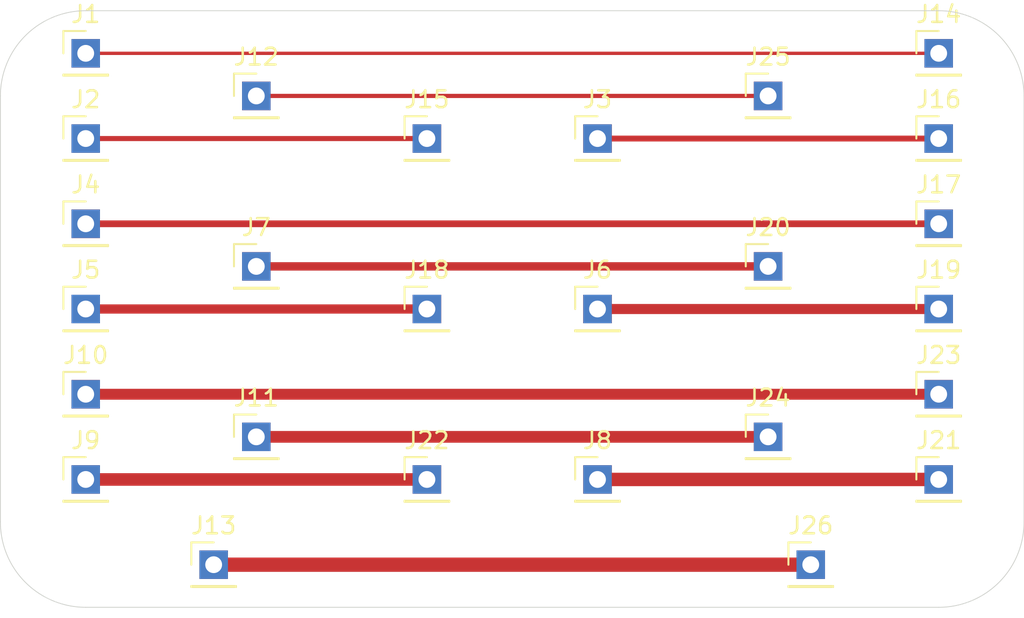
<source format=kicad_pcb>
(kicad_pcb (version 20171130) (host pcbnew "(5.1.10)-1")

  (general
    (thickness 1.6)
    (drawings 8)
    (tracks 13)
    (zones 0)
    (modules 26)
    (nets 14)
  )

  (page A4)
  (layers
    (0 F.Cu signal)
    (31 B.Cu signal)
    (32 B.Adhes user)
    (33 F.Adhes user)
    (34 B.Paste user)
    (35 F.Paste user)
    (36 B.SilkS user)
    (37 F.SilkS user)
    (38 B.Mask user)
    (39 F.Mask user)
    (40 Dwgs.User user)
    (41 Cmts.User user)
    (42 Eco1.User user)
    (43 Eco2.User user)
    (44 Edge.Cuts user)
    (45 Margin user)
    (46 B.CrtYd user)
    (47 F.CrtYd user)
    (48 B.Fab user)
    (49 F.Fab user)
  )

  (setup
    (last_trace_width 0.85)
    (user_trace_width 0.2)
    (user_trace_width 0.3)
    (user_trace_width 0.35)
    (user_trace_width 0.4)
    (user_trace_width 0.5)
    (user_trace_width 0.55)
    (user_trace_width 0.6)
    (user_trace_width 0.65)
    (user_trace_width 0.7)
    (user_trace_width 0.75)
    (user_trace_width 0.8)
    (user_trace_width 0.85)
    (user_trace_width 0.9)
    (user_trace_width 0.95)
    (user_trace_width 1)
    (trace_clearance 0.2)
    (zone_clearance 0.508)
    (zone_45_only no)
    (trace_min 0.2)
    (via_size 0.8)
    (via_drill 0.4)
    (via_min_size 0.4)
    (via_min_drill 0.3)
    (uvia_size 0.3)
    (uvia_drill 0.1)
    (uvias_allowed no)
    (uvia_min_size 0.2)
    (uvia_min_drill 0.1)
    (edge_width 0.05)
    (segment_width 0.2)
    (pcb_text_width 0.3)
    (pcb_text_size 1.5 1.5)
    (mod_edge_width 0.12)
    (mod_text_size 1 1)
    (mod_text_width 0.15)
    (pad_size 1.524 1.524)
    (pad_drill 0.762)
    (pad_to_mask_clearance 0)
    (aux_axis_origin 0 0)
    (visible_elements FFFFFF7F)
    (pcbplotparams
      (layerselection 0x010fc_ffffffff)
      (usegerberextensions false)
      (usegerberattributes true)
      (usegerberadvancedattributes true)
      (creategerberjobfile true)
      (excludeedgelayer true)
      (linewidth 0.100000)
      (plotframeref false)
      (viasonmask false)
      (mode 1)
      (useauxorigin false)
      (hpglpennumber 1)
      (hpglpenspeed 20)
      (hpglpendiameter 15.000000)
      (psnegative false)
      (psa4output false)
      (plotreference true)
      (plotvalue true)
      (plotinvisibletext false)
      (padsonsilk false)
      (subtractmaskfromsilk false)
      (outputformat 1)
      (mirror false)
      (drillshape 1)
      (scaleselection 1)
      (outputdirectory ""))
  )

  (net 0 "")
  (net 1 "Net-(J1-Pad1)")
  (net 2 "Net-(J15-Pad1)")
  (net 3 "Net-(J16-Pad1)")
  (net 4 "Net-(J17-Pad1)")
  (net 5 "Net-(J18-Pad1)")
  (net 6 "Net-(J19-Pad1)")
  (net 7 "Net-(J20-Pad1)")
  (net 8 "Net-(J21-Pad1)")
  (net 9 "Net-(J22-Pad1)")
  (net 10 "Net-(J10-Pad1)")
  (net 11 "Net-(J11-Pad1)")
  (net 12 "Net-(J12-Pad1)")
  (net 13 "Net-(J13-Pad1)")

  (net_class Default "This is the default net class."
    (clearance 0.2)
    (trace_width 0.25)
    (via_dia 0.8)
    (via_drill 0.4)
    (uvia_dia 0.3)
    (uvia_drill 0.1)
    (add_net "Net-(J1-Pad1)")
    (add_net "Net-(J10-Pad1)")
    (add_net "Net-(J11-Pad1)")
    (add_net "Net-(J12-Pad1)")
    (add_net "Net-(J13-Pad1)")
    (add_net "Net-(J15-Pad1)")
    (add_net "Net-(J16-Pad1)")
    (add_net "Net-(J17-Pad1)")
    (add_net "Net-(J18-Pad1)")
    (add_net "Net-(J19-Pad1)")
    (add_net "Net-(J20-Pad1)")
    (add_net "Net-(J21-Pad1)")
    (add_net "Net-(J22-Pad1)")
  )

  (module Connector_PinHeader_2.54mm:PinHeader_1x01_P2.54mm_Vertical (layer F.Cu) (tedit 59FED5CC) (tstamp 628DCF18)
    (at 93.98 104.14)
    (descr "Through hole straight pin header, 1x01, 2.54mm pitch, single row")
    (tags "Through hole pin header THT 1x01 2.54mm single row")
    (path /62D18F34)
    (fp_text reference J26 (at 0 -2.33) (layer F.SilkS)
      (effects (font (size 1 1) (thickness 0.15)))
    )
    (fp_text value Conn_01x01 (at 0 2.33) (layer F.Fab)
      (effects (font (size 1 1) (thickness 0.15)))
    )
    (fp_text user %R (at 0 0 90) (layer F.Fab)
      (effects (font (size 1 1) (thickness 0.15)))
    )
    (fp_line (start -0.635 -1.27) (end 1.27 -1.27) (layer F.Fab) (width 0.1))
    (fp_line (start 1.27 -1.27) (end 1.27 1.27) (layer F.Fab) (width 0.1))
    (fp_line (start 1.27 1.27) (end -1.27 1.27) (layer F.Fab) (width 0.1))
    (fp_line (start -1.27 1.27) (end -1.27 -0.635) (layer F.Fab) (width 0.1))
    (fp_line (start -1.27 -0.635) (end -0.635 -1.27) (layer F.Fab) (width 0.1))
    (fp_line (start -1.33 1.33) (end 1.33 1.33) (layer F.SilkS) (width 0.12))
    (fp_line (start -1.33 1.27) (end -1.33 1.33) (layer F.SilkS) (width 0.12))
    (fp_line (start 1.33 1.27) (end 1.33 1.33) (layer F.SilkS) (width 0.12))
    (fp_line (start -1.33 1.27) (end 1.33 1.27) (layer F.SilkS) (width 0.12))
    (fp_line (start -1.33 0) (end -1.33 -1.33) (layer F.SilkS) (width 0.12))
    (fp_line (start -1.33 -1.33) (end 0 -1.33) (layer F.SilkS) (width 0.12))
    (fp_line (start -1.8 -1.8) (end -1.8 1.8) (layer F.CrtYd) (width 0.05))
    (fp_line (start -1.8 1.8) (end 1.8 1.8) (layer F.CrtYd) (width 0.05))
    (fp_line (start 1.8 1.8) (end 1.8 -1.8) (layer F.CrtYd) (width 0.05))
    (fp_line (start 1.8 -1.8) (end -1.8 -1.8) (layer F.CrtYd) (width 0.05))
    (pad 1 thru_hole rect (at 0 0) (size 1.7 1.7) (drill 1) (layers *.Cu *.Mask)
      (net 13 "Net-(J13-Pad1)"))
    (model ${KISYS3DMOD}/Connector_PinHeader_2.54mm.3dshapes/PinHeader_1x01_P2.54mm_Vertical.wrl
      (at (xyz 0 0 0))
      (scale (xyz 1 1 1))
      (rotate (xyz 0 0 0))
    )
  )

  (module Connector_PinHeader_2.54mm:PinHeader_1x01_P2.54mm_Vertical (layer F.Cu) (tedit 59FED5CC) (tstamp 628DCF03)
    (at 91.44 76.2)
    (descr "Through hole straight pin header, 1x01, 2.54mm pitch, single row")
    (tags "Through hole pin header THT 1x01 2.54mm single row")
    (path /62D18DE4)
    (fp_text reference J25 (at 0 -2.33) (layer F.SilkS)
      (effects (font (size 1 1) (thickness 0.15)))
    )
    (fp_text value Conn_01x01 (at 0 2.33) (layer F.Fab)
      (effects (font (size 1 1) (thickness 0.15)))
    )
    (fp_text user %R (at 0 0 90) (layer F.Fab)
      (effects (font (size 1 1) (thickness 0.15)))
    )
    (fp_line (start -0.635 -1.27) (end 1.27 -1.27) (layer F.Fab) (width 0.1))
    (fp_line (start 1.27 -1.27) (end 1.27 1.27) (layer F.Fab) (width 0.1))
    (fp_line (start 1.27 1.27) (end -1.27 1.27) (layer F.Fab) (width 0.1))
    (fp_line (start -1.27 1.27) (end -1.27 -0.635) (layer F.Fab) (width 0.1))
    (fp_line (start -1.27 -0.635) (end -0.635 -1.27) (layer F.Fab) (width 0.1))
    (fp_line (start -1.33 1.33) (end 1.33 1.33) (layer F.SilkS) (width 0.12))
    (fp_line (start -1.33 1.27) (end -1.33 1.33) (layer F.SilkS) (width 0.12))
    (fp_line (start 1.33 1.27) (end 1.33 1.33) (layer F.SilkS) (width 0.12))
    (fp_line (start -1.33 1.27) (end 1.33 1.27) (layer F.SilkS) (width 0.12))
    (fp_line (start -1.33 0) (end -1.33 -1.33) (layer F.SilkS) (width 0.12))
    (fp_line (start -1.33 -1.33) (end 0 -1.33) (layer F.SilkS) (width 0.12))
    (fp_line (start -1.8 -1.8) (end -1.8 1.8) (layer F.CrtYd) (width 0.05))
    (fp_line (start -1.8 1.8) (end 1.8 1.8) (layer F.CrtYd) (width 0.05))
    (fp_line (start 1.8 1.8) (end 1.8 -1.8) (layer F.CrtYd) (width 0.05))
    (fp_line (start 1.8 -1.8) (end -1.8 -1.8) (layer F.CrtYd) (width 0.05))
    (pad 1 thru_hole rect (at 0 0) (size 1.7 1.7) (drill 1) (layers *.Cu *.Mask)
      (net 12 "Net-(J12-Pad1)"))
    (model ${KISYS3DMOD}/Connector_PinHeader_2.54mm.3dshapes/PinHeader_1x01_P2.54mm_Vertical.wrl
      (at (xyz 0 0 0))
      (scale (xyz 1 1 1))
      (rotate (xyz 0 0 0))
    )
  )

  (module Connector_PinHeader_2.54mm:PinHeader_1x01_P2.54mm_Vertical (layer F.Cu) (tedit 59FED5CC) (tstamp 628DCEEE)
    (at 91.44 96.52)
    (descr "Through hole straight pin header, 1x01, 2.54mm pitch, single row")
    (tags "Through hole pin header THT 1x01 2.54mm single row")
    (path /62D188B6)
    (fp_text reference J24 (at 0 -2.33) (layer F.SilkS)
      (effects (font (size 1 1) (thickness 0.15)))
    )
    (fp_text value Conn_01x01 (at 0 2.33) (layer F.Fab)
      (effects (font (size 1 1) (thickness 0.15)))
    )
    (fp_text user %R (at 0 0 90) (layer F.Fab)
      (effects (font (size 1 1) (thickness 0.15)))
    )
    (fp_line (start -0.635 -1.27) (end 1.27 -1.27) (layer F.Fab) (width 0.1))
    (fp_line (start 1.27 -1.27) (end 1.27 1.27) (layer F.Fab) (width 0.1))
    (fp_line (start 1.27 1.27) (end -1.27 1.27) (layer F.Fab) (width 0.1))
    (fp_line (start -1.27 1.27) (end -1.27 -0.635) (layer F.Fab) (width 0.1))
    (fp_line (start -1.27 -0.635) (end -0.635 -1.27) (layer F.Fab) (width 0.1))
    (fp_line (start -1.33 1.33) (end 1.33 1.33) (layer F.SilkS) (width 0.12))
    (fp_line (start -1.33 1.27) (end -1.33 1.33) (layer F.SilkS) (width 0.12))
    (fp_line (start 1.33 1.27) (end 1.33 1.33) (layer F.SilkS) (width 0.12))
    (fp_line (start -1.33 1.27) (end 1.33 1.27) (layer F.SilkS) (width 0.12))
    (fp_line (start -1.33 0) (end -1.33 -1.33) (layer F.SilkS) (width 0.12))
    (fp_line (start -1.33 -1.33) (end 0 -1.33) (layer F.SilkS) (width 0.12))
    (fp_line (start -1.8 -1.8) (end -1.8 1.8) (layer F.CrtYd) (width 0.05))
    (fp_line (start -1.8 1.8) (end 1.8 1.8) (layer F.CrtYd) (width 0.05))
    (fp_line (start 1.8 1.8) (end 1.8 -1.8) (layer F.CrtYd) (width 0.05))
    (fp_line (start 1.8 -1.8) (end -1.8 -1.8) (layer F.CrtYd) (width 0.05))
    (pad 1 thru_hole rect (at 0 0) (size 1.7 1.7) (drill 1) (layers *.Cu *.Mask)
      (net 11 "Net-(J11-Pad1)"))
    (model ${KISYS3DMOD}/Connector_PinHeader_2.54mm.3dshapes/PinHeader_1x01_P2.54mm_Vertical.wrl
      (at (xyz 0 0 0))
      (scale (xyz 1 1 1))
      (rotate (xyz 0 0 0))
    )
  )

  (module Connector_PinHeader_2.54mm:PinHeader_1x01_P2.54mm_Vertical (layer F.Cu) (tedit 59FED5CC) (tstamp 628DCED9)
    (at 101.6 93.98)
    (descr "Through hole straight pin header, 1x01, 2.54mm pitch, single row")
    (tags "Through hole pin header THT 1x01 2.54mm single row")
    (path /62D186AB)
    (fp_text reference J23 (at 0 -2.33) (layer F.SilkS)
      (effects (font (size 1 1) (thickness 0.15)))
    )
    (fp_text value Conn_01x01 (at 0 2.33) (layer F.Fab)
      (effects (font (size 1 1) (thickness 0.15)))
    )
    (fp_text user %R (at 0 0.734999 90) (layer F.Fab)
      (effects (font (size 1 1) (thickness 0.15)))
    )
    (fp_line (start -0.635 -1.27) (end 1.27 -1.27) (layer F.Fab) (width 0.1))
    (fp_line (start 1.27 -1.27) (end 1.27 1.27) (layer F.Fab) (width 0.1))
    (fp_line (start 1.27 1.27) (end -1.27 1.27) (layer F.Fab) (width 0.1))
    (fp_line (start -1.27 1.27) (end -1.27 -0.635) (layer F.Fab) (width 0.1))
    (fp_line (start -1.27 -0.635) (end -0.635 -1.27) (layer F.Fab) (width 0.1))
    (fp_line (start -1.33 1.33) (end 1.33 1.33) (layer F.SilkS) (width 0.12))
    (fp_line (start -1.33 1.27) (end -1.33 1.33) (layer F.SilkS) (width 0.12))
    (fp_line (start 1.33 1.27) (end 1.33 1.33) (layer F.SilkS) (width 0.12))
    (fp_line (start -1.33 1.27) (end 1.33 1.27) (layer F.SilkS) (width 0.12))
    (fp_line (start -1.33 0) (end -1.33 -1.33) (layer F.SilkS) (width 0.12))
    (fp_line (start -1.33 -1.33) (end 0 -1.33) (layer F.SilkS) (width 0.12))
    (fp_line (start -1.8 -1.8) (end -1.8 1.8) (layer F.CrtYd) (width 0.05))
    (fp_line (start -1.8 1.8) (end 1.8 1.8) (layer F.CrtYd) (width 0.05))
    (fp_line (start 1.8 1.8) (end 1.8 -1.8) (layer F.CrtYd) (width 0.05))
    (fp_line (start 1.8 -1.8) (end -1.8 -1.8) (layer F.CrtYd) (width 0.05))
    (pad 1 thru_hole rect (at 0 0) (size 1.7 1.7) (drill 1) (layers *.Cu *.Mask)
      (net 10 "Net-(J10-Pad1)"))
    (model ${KISYS3DMOD}/Connector_PinHeader_2.54mm.3dshapes/PinHeader_1x01_P2.54mm_Vertical.wrl
      (at (xyz 0 0 0))
      (scale (xyz 1 1 1))
      (rotate (xyz 0 0 0))
    )
  )

  (module Connector_PinHeader_2.54mm:PinHeader_1x01_P2.54mm_Vertical (layer F.Cu) (tedit 59FED5CC) (tstamp 628DCEC4)
    (at 71.12 99.06)
    (descr "Through hole straight pin header, 1x01, 2.54mm pitch, single row")
    (tags "Through hole pin header THT 1x01 2.54mm single row")
    (path /62D18596)
    (fp_text reference J22 (at 0 -2.33) (layer F.SilkS)
      (effects (font (size 1 1) (thickness 0.15)))
    )
    (fp_text value Conn_01x01 (at 0 2.33) (layer F.Fab)
      (effects (font (size 1 1) (thickness 0.15)))
    )
    (fp_text user %R (at 0 0 90) (layer F.Fab)
      (effects (font (size 1 1) (thickness 0.15)))
    )
    (fp_line (start -0.635 -1.27) (end 1.27 -1.27) (layer F.Fab) (width 0.1))
    (fp_line (start 1.27 -1.27) (end 1.27 1.27) (layer F.Fab) (width 0.1))
    (fp_line (start 1.27 1.27) (end -1.27 1.27) (layer F.Fab) (width 0.1))
    (fp_line (start -1.27 1.27) (end -1.27 -0.635) (layer F.Fab) (width 0.1))
    (fp_line (start -1.27 -0.635) (end -0.635 -1.27) (layer F.Fab) (width 0.1))
    (fp_line (start -1.33 1.33) (end 1.33 1.33) (layer F.SilkS) (width 0.12))
    (fp_line (start -1.33 1.27) (end -1.33 1.33) (layer F.SilkS) (width 0.12))
    (fp_line (start 1.33 1.27) (end 1.33 1.33) (layer F.SilkS) (width 0.12))
    (fp_line (start -1.33 1.27) (end 1.33 1.27) (layer F.SilkS) (width 0.12))
    (fp_line (start -1.33 0) (end -1.33 -1.33) (layer F.SilkS) (width 0.12))
    (fp_line (start -1.33 -1.33) (end 0 -1.33) (layer F.SilkS) (width 0.12))
    (fp_line (start -1.8 -1.8) (end -1.8 1.8) (layer F.CrtYd) (width 0.05))
    (fp_line (start -1.8 1.8) (end 1.8 1.8) (layer F.CrtYd) (width 0.05))
    (fp_line (start 1.8 1.8) (end 1.8 -1.8) (layer F.CrtYd) (width 0.05))
    (fp_line (start 1.8 -1.8) (end -1.8 -1.8) (layer F.CrtYd) (width 0.05))
    (pad 1 thru_hole rect (at 0 0) (size 1.7 1.7) (drill 1) (layers *.Cu *.Mask)
      (net 9 "Net-(J22-Pad1)"))
    (model ${KISYS3DMOD}/Connector_PinHeader_2.54mm.3dshapes/PinHeader_1x01_P2.54mm_Vertical.wrl
      (at (xyz 0 0 0))
      (scale (xyz 1 1 1))
      (rotate (xyz 0 0 0))
    )
  )

  (module Connector_PinHeader_2.54mm:PinHeader_1x01_P2.54mm_Vertical (layer F.Cu) (tedit 59FED5CC) (tstamp 628DCEAF)
    (at 101.6 99.06)
    (descr "Through hole straight pin header, 1x01, 2.54mm pitch, single row")
    (tags "Through hole pin header THT 1x01 2.54mm single row")
    (path /62D183D3)
    (fp_text reference J21 (at 0 -2.33) (layer F.SilkS)
      (effects (font (size 1 1) (thickness 0.15)))
    )
    (fp_text value Conn_01x01 (at 0 2.33) (layer F.Fab)
      (effects (font (size 1 1) (thickness 0.15)))
    )
    (fp_text user %R (at 0 0 90) (layer F.Fab)
      (effects (font (size 1 1) (thickness 0.15)))
    )
    (fp_line (start -0.635 -1.27) (end 1.27 -1.27) (layer F.Fab) (width 0.1))
    (fp_line (start 1.27 -1.27) (end 1.27 1.27) (layer F.Fab) (width 0.1))
    (fp_line (start 1.27 1.27) (end -1.27 1.27) (layer F.Fab) (width 0.1))
    (fp_line (start -1.27 1.27) (end -1.27 -0.635) (layer F.Fab) (width 0.1))
    (fp_line (start -1.27 -0.635) (end -0.635 -1.27) (layer F.Fab) (width 0.1))
    (fp_line (start -1.33 1.33) (end 1.33 1.33) (layer F.SilkS) (width 0.12))
    (fp_line (start -1.33 1.27) (end -1.33 1.33) (layer F.SilkS) (width 0.12))
    (fp_line (start 1.33 1.27) (end 1.33 1.33) (layer F.SilkS) (width 0.12))
    (fp_line (start -1.33 1.27) (end 1.33 1.27) (layer F.SilkS) (width 0.12))
    (fp_line (start -1.33 0) (end -1.33 -1.33) (layer F.SilkS) (width 0.12))
    (fp_line (start -1.33 -1.33) (end 0 -1.33) (layer F.SilkS) (width 0.12))
    (fp_line (start -1.8 -1.8) (end -1.8 1.8) (layer F.CrtYd) (width 0.05))
    (fp_line (start -1.8 1.8) (end 1.8 1.8) (layer F.CrtYd) (width 0.05))
    (fp_line (start 1.8 1.8) (end 1.8 -1.8) (layer F.CrtYd) (width 0.05))
    (fp_line (start 1.8 -1.8) (end -1.8 -1.8) (layer F.CrtYd) (width 0.05))
    (pad 1 thru_hole rect (at 0 0) (size 1.7 1.7) (drill 1) (layers *.Cu *.Mask)
      (net 8 "Net-(J21-Pad1)"))
    (model ${KISYS3DMOD}/Connector_PinHeader_2.54mm.3dshapes/PinHeader_1x01_P2.54mm_Vertical.wrl
      (at (xyz 0 0 0))
      (scale (xyz 1 1 1))
      (rotate (xyz 0 0 0))
    )
  )

  (module Connector_PinHeader_2.54mm:PinHeader_1x01_P2.54mm_Vertical (layer F.Cu) (tedit 59FED5CC) (tstamp 628DCE9A)
    (at 91.44 86.36)
    (descr "Through hole straight pin header, 1x01, 2.54mm pitch, single row")
    (tags "Through hole pin header THT 1x01 2.54mm single row")
    (path /62D181D8)
    (fp_text reference J20 (at 0 -2.33) (layer F.SilkS)
      (effects (font (size 1 1) (thickness 0.15)))
    )
    (fp_text value Conn_01x01 (at 0 2.33) (layer F.Fab)
      (effects (font (size 1 1) (thickness 0.15)))
    )
    (fp_text user %R (at 0 0 90) (layer F.Fab)
      (effects (font (size 1 1) (thickness 0.15)))
    )
    (fp_line (start -0.635 -1.27) (end 1.27 -1.27) (layer F.Fab) (width 0.1))
    (fp_line (start 1.27 -1.27) (end 1.27 1.27) (layer F.Fab) (width 0.1))
    (fp_line (start 1.27 1.27) (end -1.27 1.27) (layer F.Fab) (width 0.1))
    (fp_line (start -1.27 1.27) (end -1.27 -0.635) (layer F.Fab) (width 0.1))
    (fp_line (start -1.27 -0.635) (end -0.635 -1.27) (layer F.Fab) (width 0.1))
    (fp_line (start -1.33 1.33) (end 1.33 1.33) (layer F.SilkS) (width 0.12))
    (fp_line (start -1.33 1.27) (end -1.33 1.33) (layer F.SilkS) (width 0.12))
    (fp_line (start 1.33 1.27) (end 1.33 1.33) (layer F.SilkS) (width 0.12))
    (fp_line (start -1.33 1.27) (end 1.33 1.27) (layer F.SilkS) (width 0.12))
    (fp_line (start -1.33 0) (end -1.33 -1.33) (layer F.SilkS) (width 0.12))
    (fp_line (start -1.33 -1.33) (end 0 -1.33) (layer F.SilkS) (width 0.12))
    (fp_line (start -1.8 -1.8) (end -1.8 1.8) (layer F.CrtYd) (width 0.05))
    (fp_line (start -1.8 1.8) (end 1.8 1.8) (layer F.CrtYd) (width 0.05))
    (fp_line (start 1.8 1.8) (end 1.8 -1.8) (layer F.CrtYd) (width 0.05))
    (fp_line (start 1.8 -1.8) (end -1.8 -1.8) (layer F.CrtYd) (width 0.05))
    (pad 1 thru_hole rect (at 0 0) (size 1.7 1.7) (drill 1) (layers *.Cu *.Mask)
      (net 7 "Net-(J20-Pad1)"))
    (model ${KISYS3DMOD}/Connector_PinHeader_2.54mm.3dshapes/PinHeader_1x01_P2.54mm_Vertical.wrl
      (at (xyz 0 0 0))
      (scale (xyz 1 1 1))
      (rotate (xyz 0 0 0))
    )
  )

  (module Connector_PinHeader_2.54mm:PinHeader_1x01_P2.54mm_Vertical (layer F.Cu) (tedit 59FED5CC) (tstamp 628DCE85)
    (at 101.6 88.9)
    (descr "Through hole straight pin header, 1x01, 2.54mm pitch, single row")
    (tags "Through hole pin header THT 1x01 2.54mm single row")
    (path /62D18100)
    (fp_text reference J19 (at 0 -2.33) (layer F.SilkS)
      (effects (font (size 1 1) (thickness 0.15)))
    )
    (fp_text value Conn_01x01 (at 0 2.33) (layer F.Fab)
      (effects (font (size 1 1) (thickness 0.15)))
    )
    (fp_text user %R (at 0 0 90) (layer F.Fab)
      (effects (font (size 1 1) (thickness 0.15)))
    )
    (fp_line (start -0.635 -1.27) (end 1.27 -1.27) (layer F.Fab) (width 0.1))
    (fp_line (start 1.27 -1.27) (end 1.27 1.27) (layer F.Fab) (width 0.1))
    (fp_line (start 1.27 1.27) (end -1.27 1.27) (layer F.Fab) (width 0.1))
    (fp_line (start -1.27 1.27) (end -1.27 -0.635) (layer F.Fab) (width 0.1))
    (fp_line (start -1.27 -0.635) (end -0.635 -1.27) (layer F.Fab) (width 0.1))
    (fp_line (start -1.33 1.33) (end 1.33 1.33) (layer F.SilkS) (width 0.12))
    (fp_line (start -1.33 1.27) (end -1.33 1.33) (layer F.SilkS) (width 0.12))
    (fp_line (start 1.33 1.27) (end 1.33 1.33) (layer F.SilkS) (width 0.12))
    (fp_line (start -1.33 1.27) (end 1.33 1.27) (layer F.SilkS) (width 0.12))
    (fp_line (start -1.33 0) (end -1.33 -1.33) (layer F.SilkS) (width 0.12))
    (fp_line (start -1.33 -1.33) (end 0 -1.33) (layer F.SilkS) (width 0.12))
    (fp_line (start -1.8 -1.8) (end -1.8 1.8) (layer F.CrtYd) (width 0.05))
    (fp_line (start -1.8 1.8) (end 1.8 1.8) (layer F.CrtYd) (width 0.05))
    (fp_line (start 1.8 1.8) (end 1.8 -1.8) (layer F.CrtYd) (width 0.05))
    (fp_line (start 1.8 -1.8) (end -1.8 -1.8) (layer F.CrtYd) (width 0.05))
    (pad 1 thru_hole rect (at 0 0) (size 1.7 1.7) (drill 1) (layers *.Cu *.Mask)
      (net 6 "Net-(J19-Pad1)"))
    (model ${KISYS3DMOD}/Connector_PinHeader_2.54mm.3dshapes/PinHeader_1x01_P2.54mm_Vertical.wrl
      (at (xyz 0 0 0))
      (scale (xyz 1 1 1))
      (rotate (xyz 0 0 0))
    )
  )

  (module Connector_PinHeader_2.54mm:PinHeader_1x01_P2.54mm_Vertical (layer F.Cu) (tedit 59FED5CC) (tstamp 628DCE70)
    (at 71.12 88.9)
    (descr "Through hole straight pin header, 1x01, 2.54mm pitch, single row")
    (tags "Through hole pin header THT 1x01 2.54mm single row")
    (path /62D17FBF)
    (fp_text reference J18 (at 0 -2.33) (layer F.SilkS)
      (effects (font (size 1 1) (thickness 0.15)))
    )
    (fp_text value Conn_01x01 (at 0 2.33) (layer F.Fab)
      (effects (font (size 1 1) (thickness 0.15)))
    )
    (fp_text user %R (at 0 0 90) (layer F.Fab)
      (effects (font (size 1 1) (thickness 0.15)))
    )
    (fp_line (start -0.635 -1.27) (end 1.27 -1.27) (layer F.Fab) (width 0.1))
    (fp_line (start 1.27 -1.27) (end 1.27 1.27) (layer F.Fab) (width 0.1))
    (fp_line (start 1.27 1.27) (end -1.27 1.27) (layer F.Fab) (width 0.1))
    (fp_line (start -1.27 1.27) (end -1.27 -0.635) (layer F.Fab) (width 0.1))
    (fp_line (start -1.27 -0.635) (end -0.635 -1.27) (layer F.Fab) (width 0.1))
    (fp_line (start -1.33 1.33) (end 1.33 1.33) (layer F.SilkS) (width 0.12))
    (fp_line (start -1.33 1.27) (end -1.33 1.33) (layer F.SilkS) (width 0.12))
    (fp_line (start 1.33 1.27) (end 1.33 1.33) (layer F.SilkS) (width 0.12))
    (fp_line (start -1.33 1.27) (end 1.33 1.27) (layer F.SilkS) (width 0.12))
    (fp_line (start -1.33 0) (end -1.33 -1.33) (layer F.SilkS) (width 0.12))
    (fp_line (start -1.33 -1.33) (end 0 -1.33) (layer F.SilkS) (width 0.12))
    (fp_line (start -1.8 -1.8) (end -1.8 1.8) (layer F.CrtYd) (width 0.05))
    (fp_line (start -1.8 1.8) (end 1.8 1.8) (layer F.CrtYd) (width 0.05))
    (fp_line (start 1.8 1.8) (end 1.8 -1.8) (layer F.CrtYd) (width 0.05))
    (fp_line (start 1.8 -1.8) (end -1.8 -1.8) (layer F.CrtYd) (width 0.05))
    (pad 1 thru_hole rect (at 0 0) (size 1.7 1.7) (drill 1) (layers *.Cu *.Mask)
      (net 5 "Net-(J18-Pad1)"))
    (model ${KISYS3DMOD}/Connector_PinHeader_2.54mm.3dshapes/PinHeader_1x01_P2.54mm_Vertical.wrl
      (at (xyz 0 0 0))
      (scale (xyz 1 1 1))
      (rotate (xyz 0 0 0))
    )
  )

  (module Connector_PinHeader_2.54mm:PinHeader_1x01_P2.54mm_Vertical (layer F.Cu) (tedit 59FED5CC) (tstamp 628DCE5B)
    (at 101.6 83.82)
    (descr "Through hole straight pin header, 1x01, 2.54mm pitch, single row")
    (tags "Through hole pin header THT 1x01 2.54mm single row")
    (path /62D17EED)
    (fp_text reference J17 (at 0 -2.33) (layer F.SilkS)
      (effects (font (size 1 1) (thickness 0.15)))
    )
    (fp_text value Conn_01x01 (at 0 2.33) (layer F.Fab)
      (effects (font (size 1 1) (thickness 0.15)))
    )
    (fp_text user %R (at 0 0 90) (layer F.Fab)
      (effects (font (size 1 1) (thickness 0.15)))
    )
    (fp_line (start -0.635 -1.27) (end 1.27 -1.27) (layer F.Fab) (width 0.1))
    (fp_line (start 1.27 -1.27) (end 1.27 1.27) (layer F.Fab) (width 0.1))
    (fp_line (start 1.27 1.27) (end -1.27 1.27) (layer F.Fab) (width 0.1))
    (fp_line (start -1.27 1.27) (end -1.27 -0.635) (layer F.Fab) (width 0.1))
    (fp_line (start -1.27 -0.635) (end -0.635 -1.27) (layer F.Fab) (width 0.1))
    (fp_line (start -1.33 1.33) (end 1.33 1.33) (layer F.SilkS) (width 0.12))
    (fp_line (start -1.33 1.27) (end -1.33 1.33) (layer F.SilkS) (width 0.12))
    (fp_line (start 1.33 1.27) (end 1.33 1.33) (layer F.SilkS) (width 0.12))
    (fp_line (start -1.33 1.27) (end 1.33 1.27) (layer F.SilkS) (width 0.12))
    (fp_line (start -1.33 0) (end -1.33 -1.33) (layer F.SilkS) (width 0.12))
    (fp_line (start -1.33 -1.33) (end 0 -1.33) (layer F.SilkS) (width 0.12))
    (fp_line (start -1.8 -1.8) (end -1.8 1.8) (layer F.CrtYd) (width 0.05))
    (fp_line (start -1.8 1.8) (end 1.8 1.8) (layer F.CrtYd) (width 0.05))
    (fp_line (start 1.8 1.8) (end 1.8 -1.8) (layer F.CrtYd) (width 0.05))
    (fp_line (start 1.8 -1.8) (end -1.8 -1.8) (layer F.CrtYd) (width 0.05))
    (pad 1 thru_hole rect (at 0 0) (size 1.7 1.7) (drill 1) (layers *.Cu *.Mask)
      (net 4 "Net-(J17-Pad1)"))
    (model ${KISYS3DMOD}/Connector_PinHeader_2.54mm.3dshapes/PinHeader_1x01_P2.54mm_Vertical.wrl
      (at (xyz 0 0 0))
      (scale (xyz 1 1 1))
      (rotate (xyz 0 0 0))
    )
  )

  (module Connector_PinHeader_2.54mm:PinHeader_1x01_P2.54mm_Vertical (layer F.Cu) (tedit 59FED5CC) (tstamp 628DCE46)
    (at 101.6 78.74)
    (descr "Through hole straight pin header, 1x01, 2.54mm pitch, single row")
    (tags "Through hole pin header THT 1x01 2.54mm single row")
    (path /62D17E07)
    (fp_text reference J16 (at 0 -2.33) (layer F.SilkS)
      (effects (font (size 1 1) (thickness 0.15)))
    )
    (fp_text value Conn_01x01 (at 0 2.33) (layer F.Fab)
      (effects (font (size 1 1) (thickness 0.15)))
    )
    (fp_text user %R (at 0 0 90) (layer F.Fab)
      (effects (font (size 1 1) (thickness 0.15)))
    )
    (fp_line (start -0.635 -1.27) (end 1.27 -1.27) (layer F.Fab) (width 0.1))
    (fp_line (start 1.27 -1.27) (end 1.27 1.27) (layer F.Fab) (width 0.1))
    (fp_line (start 1.27 1.27) (end -1.27 1.27) (layer F.Fab) (width 0.1))
    (fp_line (start -1.27 1.27) (end -1.27 -0.635) (layer F.Fab) (width 0.1))
    (fp_line (start -1.27 -0.635) (end -0.635 -1.27) (layer F.Fab) (width 0.1))
    (fp_line (start -1.33 1.33) (end 1.33 1.33) (layer F.SilkS) (width 0.12))
    (fp_line (start -1.33 1.27) (end -1.33 1.33) (layer F.SilkS) (width 0.12))
    (fp_line (start 1.33 1.27) (end 1.33 1.33) (layer F.SilkS) (width 0.12))
    (fp_line (start -1.33 1.27) (end 1.33 1.27) (layer F.SilkS) (width 0.12))
    (fp_line (start -1.33 0) (end -1.33 -1.33) (layer F.SilkS) (width 0.12))
    (fp_line (start -1.33 -1.33) (end 0 -1.33) (layer F.SilkS) (width 0.12))
    (fp_line (start -1.8 -1.8) (end -1.8 1.8) (layer F.CrtYd) (width 0.05))
    (fp_line (start -1.8 1.8) (end 1.8 1.8) (layer F.CrtYd) (width 0.05))
    (fp_line (start 1.8 1.8) (end 1.8 -1.8) (layer F.CrtYd) (width 0.05))
    (fp_line (start 1.8 -1.8) (end -1.8 -1.8) (layer F.CrtYd) (width 0.05))
    (pad 1 thru_hole rect (at 0 0) (size 1.7 1.7) (drill 1) (layers *.Cu *.Mask)
      (net 3 "Net-(J16-Pad1)"))
    (model ${KISYS3DMOD}/Connector_PinHeader_2.54mm.3dshapes/PinHeader_1x01_P2.54mm_Vertical.wrl
      (at (xyz 0 0 0))
      (scale (xyz 1 1 1))
      (rotate (xyz 0 0 0))
    )
  )

  (module Connector_PinHeader_2.54mm:PinHeader_1x01_P2.54mm_Vertical (layer F.Cu) (tedit 59FED5CC) (tstamp 628DCE31)
    (at 71.12 78.74)
    (descr "Through hole straight pin header, 1x01, 2.54mm pitch, single row")
    (tags "Through hole pin header THT 1x01 2.54mm single row")
    (path /62D17CB8)
    (fp_text reference J15 (at 0 -2.33) (layer F.SilkS)
      (effects (font (size 1 1) (thickness 0.15)))
    )
    (fp_text value Conn_01x01 (at 0 2.33) (layer F.Fab)
      (effects (font (size 1 1) (thickness 0.15)))
    )
    (fp_text user %R (at 0 0 90) (layer F.Fab)
      (effects (font (size 1 1) (thickness 0.15)))
    )
    (fp_line (start -0.635 -1.27) (end 1.27 -1.27) (layer F.Fab) (width 0.1))
    (fp_line (start 1.27 -1.27) (end 1.27 1.27) (layer F.Fab) (width 0.1))
    (fp_line (start 1.27 1.27) (end -1.27 1.27) (layer F.Fab) (width 0.1))
    (fp_line (start -1.27 1.27) (end -1.27 -0.635) (layer F.Fab) (width 0.1))
    (fp_line (start -1.27 -0.635) (end -0.635 -1.27) (layer F.Fab) (width 0.1))
    (fp_line (start -1.33 1.33) (end 1.33 1.33) (layer F.SilkS) (width 0.12))
    (fp_line (start -1.33 1.27) (end -1.33 1.33) (layer F.SilkS) (width 0.12))
    (fp_line (start 1.33 1.27) (end 1.33 1.33) (layer F.SilkS) (width 0.12))
    (fp_line (start -1.33 1.27) (end 1.33 1.27) (layer F.SilkS) (width 0.12))
    (fp_line (start -1.33 0) (end -1.33 -1.33) (layer F.SilkS) (width 0.12))
    (fp_line (start -1.33 -1.33) (end 0 -1.33) (layer F.SilkS) (width 0.12))
    (fp_line (start -1.8 -1.8) (end -1.8 1.8) (layer F.CrtYd) (width 0.05))
    (fp_line (start -1.8 1.8) (end 1.8 1.8) (layer F.CrtYd) (width 0.05))
    (fp_line (start 1.8 1.8) (end 1.8 -1.8) (layer F.CrtYd) (width 0.05))
    (fp_line (start 1.8 -1.8) (end -1.8 -1.8) (layer F.CrtYd) (width 0.05))
    (pad 1 thru_hole rect (at 0 0) (size 1.7 1.7) (drill 1) (layers *.Cu *.Mask)
      (net 2 "Net-(J15-Pad1)"))
    (model ${KISYS3DMOD}/Connector_PinHeader_2.54mm.3dshapes/PinHeader_1x01_P2.54mm_Vertical.wrl
      (at (xyz 0 0 0))
      (scale (xyz 1 1 1))
      (rotate (xyz 0 0 0))
    )
  )

  (module Connector_PinHeader_2.54mm:PinHeader_1x01_P2.54mm_Vertical (layer F.Cu) (tedit 59FED5CC) (tstamp 628DCE1C)
    (at 101.6 73.66)
    (descr "Through hole straight pin header, 1x01, 2.54mm pitch, single row")
    (tags "Through hole pin header THT 1x01 2.54mm single row")
    (path /62D1749B)
    (fp_text reference J14 (at 0 -2.33) (layer F.SilkS)
      (effects (font (size 1 1) (thickness 0.15)))
    )
    (fp_text value Conn_01x01 (at 0 2.33) (layer F.Fab)
      (effects (font (size 1 1) (thickness 0.15)))
    )
    (fp_text user %R (at 0 0 90) (layer F.Fab)
      (effects (font (size 1 1) (thickness 0.15)))
    )
    (fp_line (start -0.635 -1.27) (end 1.27 -1.27) (layer F.Fab) (width 0.1))
    (fp_line (start 1.27 -1.27) (end 1.27 1.27) (layer F.Fab) (width 0.1))
    (fp_line (start 1.27 1.27) (end -1.27 1.27) (layer F.Fab) (width 0.1))
    (fp_line (start -1.27 1.27) (end -1.27 -0.635) (layer F.Fab) (width 0.1))
    (fp_line (start -1.27 -0.635) (end -0.635 -1.27) (layer F.Fab) (width 0.1))
    (fp_line (start -1.33 1.33) (end 1.33 1.33) (layer F.SilkS) (width 0.12))
    (fp_line (start -1.33 1.27) (end -1.33 1.33) (layer F.SilkS) (width 0.12))
    (fp_line (start 1.33 1.27) (end 1.33 1.33) (layer F.SilkS) (width 0.12))
    (fp_line (start -1.33 1.27) (end 1.33 1.27) (layer F.SilkS) (width 0.12))
    (fp_line (start -1.33 0) (end -1.33 -1.33) (layer F.SilkS) (width 0.12))
    (fp_line (start -1.33 -1.33) (end 0 -1.33) (layer F.SilkS) (width 0.12))
    (fp_line (start -1.8 -1.8) (end -1.8 1.8) (layer F.CrtYd) (width 0.05))
    (fp_line (start -1.8 1.8) (end 1.8 1.8) (layer F.CrtYd) (width 0.05))
    (fp_line (start 1.8 1.8) (end 1.8 -1.8) (layer F.CrtYd) (width 0.05))
    (fp_line (start 1.8 -1.8) (end -1.8 -1.8) (layer F.CrtYd) (width 0.05))
    (pad 1 thru_hole rect (at 0 0) (size 1.7 1.7) (drill 1) (layers *.Cu *.Mask)
      (net 1 "Net-(J1-Pad1)"))
    (model ${KISYS3DMOD}/Connector_PinHeader_2.54mm.3dshapes/PinHeader_1x01_P2.54mm_Vertical.wrl
      (at (xyz 0 0 0))
      (scale (xyz 1 1 1))
      (rotate (xyz 0 0 0))
    )
  )

  (module Connector_PinHeader_2.54mm:PinHeader_1x01_P2.54mm_Vertical (layer F.Cu) (tedit 59FED5CC) (tstamp 628DCE07)
    (at 58.42 104.14)
    (descr "Through hole straight pin header, 1x01, 2.54mm pitch, single row")
    (tags "Through hole pin header THT 1x01 2.54mm single row")
    (path /62D1DC52)
    (fp_text reference J13 (at 0 -2.33) (layer F.SilkS)
      (effects (font (size 1 1) (thickness 0.15)))
    )
    (fp_text value Conn_01x01 (at 0 2.33) (layer F.Fab)
      (effects (font (size 1 1) (thickness 0.15)))
    )
    (fp_text user %R (at 0 0 90) (layer F.Fab)
      (effects (font (size 1 1) (thickness 0.15)))
    )
    (fp_line (start -0.635 -1.27) (end 1.27 -1.27) (layer F.Fab) (width 0.1))
    (fp_line (start 1.27 -1.27) (end 1.27 1.27) (layer F.Fab) (width 0.1))
    (fp_line (start 1.27 1.27) (end -1.27 1.27) (layer F.Fab) (width 0.1))
    (fp_line (start -1.27 1.27) (end -1.27 -0.635) (layer F.Fab) (width 0.1))
    (fp_line (start -1.27 -0.635) (end -0.635 -1.27) (layer F.Fab) (width 0.1))
    (fp_line (start -1.33 1.33) (end 1.33 1.33) (layer F.SilkS) (width 0.12))
    (fp_line (start -1.33 1.27) (end -1.33 1.33) (layer F.SilkS) (width 0.12))
    (fp_line (start 1.33 1.27) (end 1.33 1.33) (layer F.SilkS) (width 0.12))
    (fp_line (start -1.33 1.27) (end 1.33 1.27) (layer F.SilkS) (width 0.12))
    (fp_line (start -1.33 0) (end -1.33 -1.33) (layer F.SilkS) (width 0.12))
    (fp_line (start -1.33 -1.33) (end 0 -1.33) (layer F.SilkS) (width 0.12))
    (fp_line (start -1.8 -1.8) (end -1.8 1.8) (layer F.CrtYd) (width 0.05))
    (fp_line (start -1.8 1.8) (end 1.8 1.8) (layer F.CrtYd) (width 0.05))
    (fp_line (start 1.8 1.8) (end 1.8 -1.8) (layer F.CrtYd) (width 0.05))
    (fp_line (start 1.8 -1.8) (end -1.8 -1.8) (layer F.CrtYd) (width 0.05))
    (pad 1 thru_hole rect (at 0 0) (size 1.7 1.7) (drill 1) (layers *.Cu *.Mask)
      (net 13 "Net-(J13-Pad1)"))
    (model ${KISYS3DMOD}/Connector_PinHeader_2.54mm.3dshapes/PinHeader_1x01_P2.54mm_Vertical.wrl
      (at (xyz 0 0 0))
      (scale (xyz 1 1 1))
      (rotate (xyz 0 0 0))
    )
  )

  (module Connector_PinHeader_2.54mm:PinHeader_1x01_P2.54mm_Vertical (layer F.Cu) (tedit 59FED5CC) (tstamp 628DCDF2)
    (at 60.96 76.2)
    (descr "Through hole straight pin header, 1x01, 2.54mm pitch, single row")
    (tags "Through hole pin header THT 1x01 2.54mm single row")
    (path /62D1DC4C)
    (fp_text reference J12 (at 0 -2.33) (layer F.SilkS)
      (effects (font (size 1 1) (thickness 0.15)))
    )
    (fp_text value Conn_01x01 (at 0 2.33) (layer F.Fab)
      (effects (font (size 1 1) (thickness 0.15)))
    )
    (fp_text user %R (at 0 0 90) (layer F.Fab)
      (effects (font (size 1 1) (thickness 0.15)))
    )
    (fp_line (start -0.635 -1.27) (end 1.27 -1.27) (layer F.Fab) (width 0.1))
    (fp_line (start 1.27 -1.27) (end 1.27 1.27) (layer F.Fab) (width 0.1))
    (fp_line (start 1.27 1.27) (end -1.27 1.27) (layer F.Fab) (width 0.1))
    (fp_line (start -1.27 1.27) (end -1.27 -0.635) (layer F.Fab) (width 0.1))
    (fp_line (start -1.27 -0.635) (end -0.635 -1.27) (layer F.Fab) (width 0.1))
    (fp_line (start -1.33 1.33) (end 1.33 1.33) (layer F.SilkS) (width 0.12))
    (fp_line (start -1.33 1.27) (end -1.33 1.33) (layer F.SilkS) (width 0.12))
    (fp_line (start 1.33 1.27) (end 1.33 1.33) (layer F.SilkS) (width 0.12))
    (fp_line (start -1.33 1.27) (end 1.33 1.27) (layer F.SilkS) (width 0.12))
    (fp_line (start -1.33 0) (end -1.33 -1.33) (layer F.SilkS) (width 0.12))
    (fp_line (start -1.33 -1.33) (end 0 -1.33) (layer F.SilkS) (width 0.12))
    (fp_line (start -1.8 -1.8) (end -1.8 1.8) (layer F.CrtYd) (width 0.05))
    (fp_line (start -1.8 1.8) (end 1.8 1.8) (layer F.CrtYd) (width 0.05))
    (fp_line (start 1.8 1.8) (end 1.8 -1.8) (layer F.CrtYd) (width 0.05))
    (fp_line (start 1.8 -1.8) (end -1.8 -1.8) (layer F.CrtYd) (width 0.05))
    (pad 1 thru_hole rect (at 0 0) (size 1.7 1.7) (drill 1) (layers *.Cu *.Mask)
      (net 12 "Net-(J12-Pad1)"))
    (model ${KISYS3DMOD}/Connector_PinHeader_2.54mm.3dshapes/PinHeader_1x01_P2.54mm_Vertical.wrl
      (at (xyz 0 0 0))
      (scale (xyz 1 1 1))
      (rotate (xyz 0 0 0))
    )
  )

  (module Connector_PinHeader_2.54mm:PinHeader_1x01_P2.54mm_Vertical (layer F.Cu) (tedit 59FED5CC) (tstamp 628DCDDD)
    (at 60.96 96.52)
    (descr "Through hole straight pin header, 1x01, 2.54mm pitch, single row")
    (tags "Through hole pin header THT 1x01 2.54mm single row")
    (path /62D1DC46)
    (fp_text reference J11 (at 0 -2.33) (layer F.SilkS)
      (effects (font (size 1 1) (thickness 0.15)))
    )
    (fp_text value Conn_01x01 (at 0 2.33) (layer F.Fab)
      (effects (font (size 1 1) (thickness 0.15)))
    )
    (fp_text user %R (at 0 0 90) (layer F.Fab)
      (effects (font (size 1 1) (thickness 0.15)))
    )
    (fp_line (start -0.635 -1.27) (end 1.27 -1.27) (layer F.Fab) (width 0.1))
    (fp_line (start 1.27 -1.27) (end 1.27 1.27) (layer F.Fab) (width 0.1))
    (fp_line (start 1.27 1.27) (end -1.27 1.27) (layer F.Fab) (width 0.1))
    (fp_line (start -1.27 1.27) (end -1.27 -0.635) (layer F.Fab) (width 0.1))
    (fp_line (start -1.27 -0.635) (end -0.635 -1.27) (layer F.Fab) (width 0.1))
    (fp_line (start -1.33 1.33) (end 1.33 1.33) (layer F.SilkS) (width 0.12))
    (fp_line (start -1.33 1.27) (end -1.33 1.33) (layer F.SilkS) (width 0.12))
    (fp_line (start 1.33 1.27) (end 1.33 1.33) (layer F.SilkS) (width 0.12))
    (fp_line (start -1.33 1.27) (end 1.33 1.27) (layer F.SilkS) (width 0.12))
    (fp_line (start -1.33 0) (end -1.33 -1.33) (layer F.SilkS) (width 0.12))
    (fp_line (start -1.33 -1.33) (end 0 -1.33) (layer F.SilkS) (width 0.12))
    (fp_line (start -1.8 -1.8) (end -1.8 1.8) (layer F.CrtYd) (width 0.05))
    (fp_line (start -1.8 1.8) (end 1.8 1.8) (layer F.CrtYd) (width 0.05))
    (fp_line (start 1.8 1.8) (end 1.8 -1.8) (layer F.CrtYd) (width 0.05))
    (fp_line (start 1.8 -1.8) (end -1.8 -1.8) (layer F.CrtYd) (width 0.05))
    (pad 1 thru_hole rect (at 0 0) (size 1.7 1.7) (drill 1) (layers *.Cu *.Mask)
      (net 11 "Net-(J11-Pad1)"))
    (model ${KISYS3DMOD}/Connector_PinHeader_2.54mm.3dshapes/PinHeader_1x01_P2.54mm_Vertical.wrl
      (at (xyz 0 0 0))
      (scale (xyz 1 1 1))
      (rotate (xyz 0 0 0))
    )
  )

  (module Connector_PinHeader_2.54mm:PinHeader_1x01_P2.54mm_Vertical (layer F.Cu) (tedit 59FED5CC) (tstamp 628DCDC8)
    (at 50.8 93.98)
    (descr "Through hole straight pin header, 1x01, 2.54mm pitch, single row")
    (tags "Through hole pin header THT 1x01 2.54mm single row")
    (path /62D1DC40)
    (fp_text reference J10 (at 0 -2.33) (layer F.SilkS)
      (effects (font (size 1 1) (thickness 0.15)))
    )
    (fp_text value Conn_01x01 (at 0 2.33) (layer F.Fab)
      (effects (font (size 1 1) (thickness 0.15)))
    )
    (fp_text user %R (at 0 0 90) (layer F.Fab)
      (effects (font (size 1 1) (thickness 0.15)))
    )
    (fp_line (start -0.635 -1.27) (end 1.27 -1.27) (layer F.Fab) (width 0.1))
    (fp_line (start 1.27 -1.27) (end 1.27 1.27) (layer F.Fab) (width 0.1))
    (fp_line (start 1.27 1.27) (end -1.27 1.27) (layer F.Fab) (width 0.1))
    (fp_line (start -1.27 1.27) (end -1.27 -0.635) (layer F.Fab) (width 0.1))
    (fp_line (start -1.27 -0.635) (end -0.635 -1.27) (layer F.Fab) (width 0.1))
    (fp_line (start -1.33 1.33) (end 1.33 1.33) (layer F.SilkS) (width 0.12))
    (fp_line (start -1.33 1.27) (end -1.33 1.33) (layer F.SilkS) (width 0.12))
    (fp_line (start 1.33 1.27) (end 1.33 1.33) (layer F.SilkS) (width 0.12))
    (fp_line (start -1.33 1.27) (end 1.33 1.27) (layer F.SilkS) (width 0.12))
    (fp_line (start -1.33 0) (end -1.33 -1.33) (layer F.SilkS) (width 0.12))
    (fp_line (start -1.33 -1.33) (end 0 -1.33) (layer F.SilkS) (width 0.12))
    (fp_line (start -1.8 -1.8) (end -1.8 1.8) (layer F.CrtYd) (width 0.05))
    (fp_line (start -1.8 1.8) (end 1.8 1.8) (layer F.CrtYd) (width 0.05))
    (fp_line (start 1.8 1.8) (end 1.8 -1.8) (layer F.CrtYd) (width 0.05))
    (fp_line (start 1.8 -1.8) (end -1.8 -1.8) (layer F.CrtYd) (width 0.05))
    (pad 1 thru_hole rect (at 0 0) (size 1.7 1.7) (drill 1) (layers *.Cu *.Mask)
      (net 10 "Net-(J10-Pad1)"))
    (model ${KISYS3DMOD}/Connector_PinHeader_2.54mm.3dshapes/PinHeader_1x01_P2.54mm_Vertical.wrl
      (at (xyz 0 0 0))
      (scale (xyz 1 1 1))
      (rotate (xyz 0 0 0))
    )
  )

  (module Connector_PinHeader_2.54mm:PinHeader_1x01_P2.54mm_Vertical (layer F.Cu) (tedit 59FED5CC) (tstamp 628DCDB3)
    (at 50.8 99.06)
    (descr "Through hole straight pin header, 1x01, 2.54mm pitch, single row")
    (tags "Through hole pin header THT 1x01 2.54mm single row")
    (path /62D1DC3A)
    (fp_text reference J9 (at 0 -2.33) (layer F.SilkS)
      (effects (font (size 1 1) (thickness 0.15)))
    )
    (fp_text value Conn_01x01 (at 0 2.33) (layer F.Fab)
      (effects (font (size 1 1) (thickness 0.15)))
    )
    (fp_text user %R (at 0 0 90) (layer F.Fab)
      (effects (font (size 1 1) (thickness 0.15)))
    )
    (fp_line (start -0.635 -1.27) (end 1.27 -1.27) (layer F.Fab) (width 0.1))
    (fp_line (start 1.27 -1.27) (end 1.27 1.27) (layer F.Fab) (width 0.1))
    (fp_line (start 1.27 1.27) (end -1.27 1.27) (layer F.Fab) (width 0.1))
    (fp_line (start -1.27 1.27) (end -1.27 -0.635) (layer F.Fab) (width 0.1))
    (fp_line (start -1.27 -0.635) (end -0.635 -1.27) (layer F.Fab) (width 0.1))
    (fp_line (start -1.33 1.33) (end 1.33 1.33) (layer F.SilkS) (width 0.12))
    (fp_line (start -1.33 1.27) (end -1.33 1.33) (layer F.SilkS) (width 0.12))
    (fp_line (start 1.33 1.27) (end 1.33 1.33) (layer F.SilkS) (width 0.12))
    (fp_line (start -1.33 1.27) (end 1.33 1.27) (layer F.SilkS) (width 0.12))
    (fp_line (start -1.33 0) (end -1.33 -1.33) (layer F.SilkS) (width 0.12))
    (fp_line (start -1.33 -1.33) (end 0 -1.33) (layer F.SilkS) (width 0.12))
    (fp_line (start -1.8 -1.8) (end -1.8 1.8) (layer F.CrtYd) (width 0.05))
    (fp_line (start -1.8 1.8) (end 1.8 1.8) (layer F.CrtYd) (width 0.05))
    (fp_line (start 1.8 1.8) (end 1.8 -1.8) (layer F.CrtYd) (width 0.05))
    (fp_line (start 1.8 -1.8) (end -1.8 -1.8) (layer F.CrtYd) (width 0.05))
    (pad 1 thru_hole rect (at 0 0) (size 1.7 1.7) (drill 1) (layers *.Cu *.Mask)
      (net 9 "Net-(J22-Pad1)"))
    (model ${KISYS3DMOD}/Connector_PinHeader_2.54mm.3dshapes/PinHeader_1x01_P2.54mm_Vertical.wrl
      (at (xyz 0 0 0))
      (scale (xyz 1 1 1))
      (rotate (xyz 0 0 0))
    )
  )

  (module Connector_PinHeader_2.54mm:PinHeader_1x01_P2.54mm_Vertical (layer F.Cu) (tedit 59FED5CC) (tstamp 628DCD9E)
    (at 81.28 99.06)
    (descr "Through hole straight pin header, 1x01, 2.54mm pitch, single row")
    (tags "Through hole pin header THT 1x01 2.54mm single row")
    (path /62D1DC34)
    (fp_text reference J8 (at 0 -2.33) (layer F.SilkS)
      (effects (font (size 1 1) (thickness 0.15)))
    )
    (fp_text value Conn_01x01 (at 0 2.33) (layer F.Fab)
      (effects (font (size 1 1) (thickness 0.15)))
    )
    (fp_text user %R (at 0 0 90) (layer F.Fab)
      (effects (font (size 1 1) (thickness 0.15)))
    )
    (fp_line (start -0.635 -1.27) (end 1.27 -1.27) (layer F.Fab) (width 0.1))
    (fp_line (start 1.27 -1.27) (end 1.27 1.27) (layer F.Fab) (width 0.1))
    (fp_line (start 1.27 1.27) (end -1.27 1.27) (layer F.Fab) (width 0.1))
    (fp_line (start -1.27 1.27) (end -1.27 -0.635) (layer F.Fab) (width 0.1))
    (fp_line (start -1.27 -0.635) (end -0.635 -1.27) (layer F.Fab) (width 0.1))
    (fp_line (start -1.33 1.33) (end 1.33 1.33) (layer F.SilkS) (width 0.12))
    (fp_line (start -1.33 1.27) (end -1.33 1.33) (layer F.SilkS) (width 0.12))
    (fp_line (start 1.33 1.27) (end 1.33 1.33) (layer F.SilkS) (width 0.12))
    (fp_line (start -1.33 1.27) (end 1.33 1.27) (layer F.SilkS) (width 0.12))
    (fp_line (start -1.33 0) (end -1.33 -1.33) (layer F.SilkS) (width 0.12))
    (fp_line (start -1.33 -1.33) (end 0 -1.33) (layer F.SilkS) (width 0.12))
    (fp_line (start -1.8 -1.8) (end -1.8 1.8) (layer F.CrtYd) (width 0.05))
    (fp_line (start -1.8 1.8) (end 1.8 1.8) (layer F.CrtYd) (width 0.05))
    (fp_line (start 1.8 1.8) (end 1.8 -1.8) (layer F.CrtYd) (width 0.05))
    (fp_line (start 1.8 -1.8) (end -1.8 -1.8) (layer F.CrtYd) (width 0.05))
    (pad 1 thru_hole rect (at 0 0) (size 1.7 1.7) (drill 1) (layers *.Cu *.Mask)
      (net 8 "Net-(J21-Pad1)"))
    (model ${KISYS3DMOD}/Connector_PinHeader_2.54mm.3dshapes/PinHeader_1x01_P2.54mm_Vertical.wrl
      (at (xyz 0 0 0))
      (scale (xyz 1 1 1))
      (rotate (xyz 0 0 0))
    )
  )

  (module Connector_PinHeader_2.54mm:PinHeader_1x01_P2.54mm_Vertical (layer F.Cu) (tedit 59FED5CC) (tstamp 628DCD89)
    (at 60.96 86.36)
    (descr "Through hole straight pin header, 1x01, 2.54mm pitch, single row")
    (tags "Through hole pin header THT 1x01 2.54mm single row")
    (path /62D1DC2E)
    (fp_text reference J7 (at 0 -2.33) (layer F.SilkS)
      (effects (font (size 1 1) (thickness 0.15)))
    )
    (fp_text value Conn_01x01 (at 0 2.33) (layer F.Fab)
      (effects (font (size 1 1) (thickness 0.15)))
    )
    (fp_text user %R (at 0 0 90) (layer F.Fab)
      (effects (font (size 1 1) (thickness 0.15)))
    )
    (fp_line (start -0.635 -1.27) (end 1.27 -1.27) (layer F.Fab) (width 0.1))
    (fp_line (start 1.27 -1.27) (end 1.27 1.27) (layer F.Fab) (width 0.1))
    (fp_line (start 1.27 1.27) (end -1.27 1.27) (layer F.Fab) (width 0.1))
    (fp_line (start -1.27 1.27) (end -1.27 -0.635) (layer F.Fab) (width 0.1))
    (fp_line (start -1.27 -0.635) (end -0.635 -1.27) (layer F.Fab) (width 0.1))
    (fp_line (start -1.33 1.33) (end 1.33 1.33) (layer F.SilkS) (width 0.12))
    (fp_line (start -1.33 1.27) (end -1.33 1.33) (layer F.SilkS) (width 0.12))
    (fp_line (start 1.33 1.27) (end 1.33 1.33) (layer F.SilkS) (width 0.12))
    (fp_line (start -1.33 1.27) (end 1.33 1.27) (layer F.SilkS) (width 0.12))
    (fp_line (start -1.33 0) (end -1.33 -1.33) (layer F.SilkS) (width 0.12))
    (fp_line (start -1.33 -1.33) (end 0 -1.33) (layer F.SilkS) (width 0.12))
    (fp_line (start -1.8 -1.8) (end -1.8 1.8) (layer F.CrtYd) (width 0.05))
    (fp_line (start -1.8 1.8) (end 1.8 1.8) (layer F.CrtYd) (width 0.05))
    (fp_line (start 1.8 1.8) (end 1.8 -1.8) (layer F.CrtYd) (width 0.05))
    (fp_line (start 1.8 -1.8) (end -1.8 -1.8) (layer F.CrtYd) (width 0.05))
    (pad 1 thru_hole rect (at 0 0) (size 1.7 1.7) (drill 1) (layers *.Cu *.Mask)
      (net 7 "Net-(J20-Pad1)"))
    (model ${KISYS3DMOD}/Connector_PinHeader_2.54mm.3dshapes/PinHeader_1x01_P2.54mm_Vertical.wrl
      (at (xyz 0 0 0))
      (scale (xyz 1 1 1))
      (rotate (xyz 0 0 0))
    )
  )

  (module Connector_PinHeader_2.54mm:PinHeader_1x01_P2.54mm_Vertical (layer F.Cu) (tedit 59FED5CC) (tstamp 628DCD74)
    (at 81.28 88.9)
    (descr "Through hole straight pin header, 1x01, 2.54mm pitch, single row")
    (tags "Through hole pin header THT 1x01 2.54mm single row")
    (path /62D1DC28)
    (fp_text reference J6 (at 0 -2.33) (layer F.SilkS)
      (effects (font (size 1 1) (thickness 0.15)))
    )
    (fp_text value Conn_01x01 (at 0 2.33) (layer F.Fab)
      (effects (font (size 1 1) (thickness 0.15)))
    )
    (fp_text user %R (at 0 0 90) (layer F.Fab)
      (effects (font (size 1 1) (thickness 0.15)))
    )
    (fp_line (start -0.635 -1.27) (end 1.27 -1.27) (layer F.Fab) (width 0.1))
    (fp_line (start 1.27 -1.27) (end 1.27 1.27) (layer F.Fab) (width 0.1))
    (fp_line (start 1.27 1.27) (end -1.27 1.27) (layer F.Fab) (width 0.1))
    (fp_line (start -1.27 1.27) (end -1.27 -0.635) (layer F.Fab) (width 0.1))
    (fp_line (start -1.27 -0.635) (end -0.635 -1.27) (layer F.Fab) (width 0.1))
    (fp_line (start -1.33 1.33) (end 1.33 1.33) (layer F.SilkS) (width 0.12))
    (fp_line (start -1.33 1.27) (end -1.33 1.33) (layer F.SilkS) (width 0.12))
    (fp_line (start 1.33 1.27) (end 1.33 1.33) (layer F.SilkS) (width 0.12))
    (fp_line (start -1.33 1.27) (end 1.33 1.27) (layer F.SilkS) (width 0.12))
    (fp_line (start -1.33 0) (end -1.33 -1.33) (layer F.SilkS) (width 0.12))
    (fp_line (start -1.33 -1.33) (end 0 -1.33) (layer F.SilkS) (width 0.12))
    (fp_line (start -1.8 -1.8) (end -1.8 1.8) (layer F.CrtYd) (width 0.05))
    (fp_line (start -1.8 1.8) (end 1.8 1.8) (layer F.CrtYd) (width 0.05))
    (fp_line (start 1.8 1.8) (end 1.8 -1.8) (layer F.CrtYd) (width 0.05))
    (fp_line (start 1.8 -1.8) (end -1.8 -1.8) (layer F.CrtYd) (width 0.05))
    (pad 1 thru_hole rect (at 0 0) (size 1.7 1.7) (drill 1) (layers *.Cu *.Mask)
      (net 6 "Net-(J19-Pad1)"))
    (model ${KISYS3DMOD}/Connector_PinHeader_2.54mm.3dshapes/PinHeader_1x01_P2.54mm_Vertical.wrl
      (at (xyz 0 0 0))
      (scale (xyz 1 1 1))
      (rotate (xyz 0 0 0))
    )
  )

  (module Connector_PinHeader_2.54mm:PinHeader_1x01_P2.54mm_Vertical (layer F.Cu) (tedit 59FED5CC) (tstamp 628DCD5F)
    (at 50.8 88.9)
    (descr "Through hole straight pin header, 1x01, 2.54mm pitch, single row")
    (tags "Through hole pin header THT 1x01 2.54mm single row")
    (path /62D1DC22)
    (fp_text reference J5 (at 0 -2.33) (layer F.SilkS)
      (effects (font (size 1 1) (thickness 0.15)))
    )
    (fp_text value Conn_01x01 (at 0 2.33) (layer F.Fab)
      (effects (font (size 1 1) (thickness 0.15)))
    )
    (fp_text user %R (at 0 0 90) (layer F.Fab)
      (effects (font (size 1 1) (thickness 0.15)))
    )
    (fp_line (start -0.635 -1.27) (end 1.27 -1.27) (layer F.Fab) (width 0.1))
    (fp_line (start 1.27 -1.27) (end 1.27 1.27) (layer F.Fab) (width 0.1))
    (fp_line (start 1.27 1.27) (end -1.27 1.27) (layer F.Fab) (width 0.1))
    (fp_line (start -1.27 1.27) (end -1.27 -0.635) (layer F.Fab) (width 0.1))
    (fp_line (start -1.27 -0.635) (end -0.635 -1.27) (layer F.Fab) (width 0.1))
    (fp_line (start -1.33 1.33) (end 1.33 1.33) (layer F.SilkS) (width 0.12))
    (fp_line (start -1.33 1.27) (end -1.33 1.33) (layer F.SilkS) (width 0.12))
    (fp_line (start 1.33 1.27) (end 1.33 1.33) (layer F.SilkS) (width 0.12))
    (fp_line (start -1.33 1.27) (end 1.33 1.27) (layer F.SilkS) (width 0.12))
    (fp_line (start -1.33 0) (end -1.33 -1.33) (layer F.SilkS) (width 0.12))
    (fp_line (start -1.33 -1.33) (end 0 -1.33) (layer F.SilkS) (width 0.12))
    (fp_line (start -1.8 -1.8) (end -1.8 1.8) (layer F.CrtYd) (width 0.05))
    (fp_line (start -1.8 1.8) (end 1.8 1.8) (layer F.CrtYd) (width 0.05))
    (fp_line (start 1.8 1.8) (end 1.8 -1.8) (layer F.CrtYd) (width 0.05))
    (fp_line (start 1.8 -1.8) (end -1.8 -1.8) (layer F.CrtYd) (width 0.05))
    (pad 1 thru_hole rect (at 0 0) (size 1.7 1.7) (drill 1) (layers *.Cu *.Mask)
      (net 5 "Net-(J18-Pad1)"))
    (model ${KISYS3DMOD}/Connector_PinHeader_2.54mm.3dshapes/PinHeader_1x01_P2.54mm_Vertical.wrl
      (at (xyz 0 0 0))
      (scale (xyz 1 1 1))
      (rotate (xyz 0 0 0))
    )
  )

  (module Connector_PinHeader_2.54mm:PinHeader_1x01_P2.54mm_Vertical (layer F.Cu) (tedit 59FED5CC) (tstamp 628DCD4A)
    (at 50.8 83.82)
    (descr "Through hole straight pin header, 1x01, 2.54mm pitch, single row")
    (tags "Through hole pin header THT 1x01 2.54mm single row")
    (path /62D1DC1C)
    (fp_text reference J4 (at 0 -2.33) (layer F.SilkS)
      (effects (font (size 1 1) (thickness 0.15)))
    )
    (fp_text value Conn_01x01 (at 0 2.33) (layer F.Fab)
      (effects (font (size 1 1) (thickness 0.15)))
    )
    (fp_text user %R (at 0 0 90) (layer F.Fab)
      (effects (font (size 1 1) (thickness 0.15)))
    )
    (fp_line (start -0.635 -1.27) (end 1.27 -1.27) (layer F.Fab) (width 0.1))
    (fp_line (start 1.27 -1.27) (end 1.27 1.27) (layer F.Fab) (width 0.1))
    (fp_line (start 1.27 1.27) (end -1.27 1.27) (layer F.Fab) (width 0.1))
    (fp_line (start -1.27 1.27) (end -1.27 -0.635) (layer F.Fab) (width 0.1))
    (fp_line (start -1.27 -0.635) (end -0.635 -1.27) (layer F.Fab) (width 0.1))
    (fp_line (start -1.33 1.33) (end 1.33 1.33) (layer F.SilkS) (width 0.12))
    (fp_line (start -1.33 1.27) (end -1.33 1.33) (layer F.SilkS) (width 0.12))
    (fp_line (start 1.33 1.27) (end 1.33 1.33) (layer F.SilkS) (width 0.12))
    (fp_line (start -1.33 1.27) (end 1.33 1.27) (layer F.SilkS) (width 0.12))
    (fp_line (start -1.33 0) (end -1.33 -1.33) (layer F.SilkS) (width 0.12))
    (fp_line (start -1.33 -1.33) (end 0 -1.33) (layer F.SilkS) (width 0.12))
    (fp_line (start -1.8 -1.8) (end -1.8 1.8) (layer F.CrtYd) (width 0.05))
    (fp_line (start -1.8 1.8) (end 1.8 1.8) (layer F.CrtYd) (width 0.05))
    (fp_line (start 1.8 1.8) (end 1.8 -1.8) (layer F.CrtYd) (width 0.05))
    (fp_line (start 1.8 -1.8) (end -1.8 -1.8) (layer F.CrtYd) (width 0.05))
    (pad 1 thru_hole rect (at 0 0) (size 1.7 1.7) (drill 1) (layers *.Cu *.Mask)
      (net 4 "Net-(J17-Pad1)"))
    (model ${KISYS3DMOD}/Connector_PinHeader_2.54mm.3dshapes/PinHeader_1x01_P2.54mm_Vertical.wrl
      (at (xyz 0 0 0))
      (scale (xyz 1 1 1))
      (rotate (xyz 0 0 0))
    )
  )

  (module Connector_PinHeader_2.54mm:PinHeader_1x01_P2.54mm_Vertical (layer F.Cu) (tedit 59FED5CC) (tstamp 628DCD35)
    (at 81.28 78.74)
    (descr "Through hole straight pin header, 1x01, 2.54mm pitch, single row")
    (tags "Through hole pin header THT 1x01 2.54mm single row")
    (path /62D1DC16)
    (fp_text reference J3 (at 0 -2.33) (layer F.SilkS)
      (effects (font (size 1 1) (thickness 0.15)))
    )
    (fp_text value Conn_01x01 (at 0 2.33) (layer F.Fab)
      (effects (font (size 1 1) (thickness 0.15)))
    )
    (fp_text user %R (at 0 0 90) (layer F.Fab)
      (effects (font (size 1 1) (thickness 0.15)))
    )
    (fp_line (start -0.635 -1.27) (end 1.27 -1.27) (layer F.Fab) (width 0.1))
    (fp_line (start 1.27 -1.27) (end 1.27 1.27) (layer F.Fab) (width 0.1))
    (fp_line (start 1.27 1.27) (end -1.27 1.27) (layer F.Fab) (width 0.1))
    (fp_line (start -1.27 1.27) (end -1.27 -0.635) (layer F.Fab) (width 0.1))
    (fp_line (start -1.27 -0.635) (end -0.635 -1.27) (layer F.Fab) (width 0.1))
    (fp_line (start -1.33 1.33) (end 1.33 1.33) (layer F.SilkS) (width 0.12))
    (fp_line (start -1.33 1.27) (end -1.33 1.33) (layer F.SilkS) (width 0.12))
    (fp_line (start 1.33 1.27) (end 1.33 1.33) (layer F.SilkS) (width 0.12))
    (fp_line (start -1.33 1.27) (end 1.33 1.27) (layer F.SilkS) (width 0.12))
    (fp_line (start -1.33 0) (end -1.33 -1.33) (layer F.SilkS) (width 0.12))
    (fp_line (start -1.33 -1.33) (end 0 -1.33) (layer F.SilkS) (width 0.12))
    (fp_line (start -1.8 -1.8) (end -1.8 1.8) (layer F.CrtYd) (width 0.05))
    (fp_line (start -1.8 1.8) (end 1.8 1.8) (layer F.CrtYd) (width 0.05))
    (fp_line (start 1.8 1.8) (end 1.8 -1.8) (layer F.CrtYd) (width 0.05))
    (fp_line (start 1.8 -1.8) (end -1.8 -1.8) (layer F.CrtYd) (width 0.05))
    (pad 1 thru_hole rect (at 0 0) (size 1.7 1.7) (drill 1) (layers *.Cu *.Mask)
      (net 3 "Net-(J16-Pad1)"))
    (model ${KISYS3DMOD}/Connector_PinHeader_2.54mm.3dshapes/PinHeader_1x01_P2.54mm_Vertical.wrl
      (at (xyz 0 0 0))
      (scale (xyz 1 1 1))
      (rotate (xyz 0 0 0))
    )
  )

  (module Connector_PinHeader_2.54mm:PinHeader_1x01_P2.54mm_Vertical (layer F.Cu) (tedit 59FED5CC) (tstamp 628DCD20)
    (at 50.8 78.74)
    (descr "Through hole straight pin header, 1x01, 2.54mm pitch, single row")
    (tags "Through hole pin header THT 1x01 2.54mm single row")
    (path /62D1DC10)
    (fp_text reference J2 (at 0 -2.33) (layer F.SilkS)
      (effects (font (size 1 1) (thickness 0.15)))
    )
    (fp_text value Conn_01x01 (at 0 2.33) (layer F.Fab)
      (effects (font (size 1 1) (thickness 0.15)))
    )
    (fp_text user %R (at 0 0 90) (layer F.Fab)
      (effects (font (size 1 1) (thickness 0.15)))
    )
    (fp_line (start -0.635 -1.27) (end 1.27 -1.27) (layer F.Fab) (width 0.1))
    (fp_line (start 1.27 -1.27) (end 1.27 1.27) (layer F.Fab) (width 0.1))
    (fp_line (start 1.27 1.27) (end -1.27 1.27) (layer F.Fab) (width 0.1))
    (fp_line (start -1.27 1.27) (end -1.27 -0.635) (layer F.Fab) (width 0.1))
    (fp_line (start -1.27 -0.635) (end -0.635 -1.27) (layer F.Fab) (width 0.1))
    (fp_line (start -1.33 1.33) (end 1.33 1.33) (layer F.SilkS) (width 0.12))
    (fp_line (start -1.33 1.27) (end -1.33 1.33) (layer F.SilkS) (width 0.12))
    (fp_line (start 1.33 1.27) (end 1.33 1.33) (layer F.SilkS) (width 0.12))
    (fp_line (start -1.33 1.27) (end 1.33 1.27) (layer F.SilkS) (width 0.12))
    (fp_line (start -1.33 0) (end -1.33 -1.33) (layer F.SilkS) (width 0.12))
    (fp_line (start -1.33 -1.33) (end 0 -1.33) (layer F.SilkS) (width 0.12))
    (fp_line (start -1.8 -1.8) (end -1.8 1.8) (layer F.CrtYd) (width 0.05))
    (fp_line (start -1.8 1.8) (end 1.8 1.8) (layer F.CrtYd) (width 0.05))
    (fp_line (start 1.8 1.8) (end 1.8 -1.8) (layer F.CrtYd) (width 0.05))
    (fp_line (start 1.8 -1.8) (end -1.8 -1.8) (layer F.CrtYd) (width 0.05))
    (pad 1 thru_hole rect (at 0 0) (size 1.7 1.7) (drill 1) (layers *.Cu *.Mask)
      (net 2 "Net-(J15-Pad1)"))
    (model ${KISYS3DMOD}/Connector_PinHeader_2.54mm.3dshapes/PinHeader_1x01_P2.54mm_Vertical.wrl
      (at (xyz 0 0 0))
      (scale (xyz 1 1 1))
      (rotate (xyz 0 0 0))
    )
  )

  (module Connector_PinHeader_2.54mm:PinHeader_1x01_P2.54mm_Vertical (layer F.Cu) (tedit 59FED5CC) (tstamp 628DCD0B)
    (at 50.8 73.66)
    (descr "Through hole straight pin header, 1x01, 2.54mm pitch, single row")
    (tags "Through hole pin header THT 1x01 2.54mm single row")
    (path /62D1DC0A)
    (fp_text reference J1 (at 0 -2.33) (layer F.SilkS)
      (effects (font (size 1 1) (thickness 0.15)))
    )
    (fp_text value Conn_01x01 (at 0 2.33) (layer F.Fab)
      (effects (font (size 1 1) (thickness 0.15)))
    )
    (fp_text user %R (at 0 0 90) (layer F.Fab)
      (effects (font (size 1 1) (thickness 0.15)))
    )
    (fp_line (start -0.635 -1.27) (end 1.27 -1.27) (layer F.Fab) (width 0.1))
    (fp_line (start 1.27 -1.27) (end 1.27 1.27) (layer F.Fab) (width 0.1))
    (fp_line (start 1.27 1.27) (end -1.27 1.27) (layer F.Fab) (width 0.1))
    (fp_line (start -1.27 1.27) (end -1.27 -0.635) (layer F.Fab) (width 0.1))
    (fp_line (start -1.27 -0.635) (end -0.635 -1.27) (layer F.Fab) (width 0.1))
    (fp_line (start -1.33 1.33) (end 1.33 1.33) (layer F.SilkS) (width 0.12))
    (fp_line (start -1.33 1.27) (end -1.33 1.33) (layer F.SilkS) (width 0.12))
    (fp_line (start 1.33 1.27) (end 1.33 1.33) (layer F.SilkS) (width 0.12))
    (fp_line (start -1.33 1.27) (end 1.33 1.27) (layer F.SilkS) (width 0.12))
    (fp_line (start -1.33 0) (end -1.33 -1.33) (layer F.SilkS) (width 0.12))
    (fp_line (start -1.33 -1.33) (end 0 -1.33) (layer F.SilkS) (width 0.12))
    (fp_line (start -1.8 -1.8) (end -1.8 1.8) (layer F.CrtYd) (width 0.05))
    (fp_line (start -1.8 1.8) (end 1.8 1.8) (layer F.CrtYd) (width 0.05))
    (fp_line (start 1.8 1.8) (end 1.8 -1.8) (layer F.CrtYd) (width 0.05))
    (fp_line (start 1.8 -1.8) (end -1.8 -1.8) (layer F.CrtYd) (width 0.05))
    (pad 1 thru_hole rect (at 0 0) (size 1.7 1.7) (drill 1) (layers *.Cu *.Mask)
      (net 1 "Net-(J1-Pad1)"))
    (model ${KISYS3DMOD}/Connector_PinHeader_2.54mm.3dshapes/PinHeader_1x01_P2.54mm_Vertical.wrl
      (at (xyz 0 0 0))
      (scale (xyz 1 1 1))
      (rotate (xyz 0 0 0))
    )
  )

  (gr_line (start 101.6 71.12) (end 50.8 71.12) (layer Edge.Cuts) (width 0.05) (tstamp 628DD589))
  (gr_line (start 106.68 76.2) (end 106.68 101.6) (layer Edge.Cuts) (width 0.05) (tstamp 628DD588))
  (gr_line (start 50.8 106.68) (end 101.6 106.68) (layer Edge.Cuts) (width 0.05) (tstamp 628DD587))
  (gr_line (start 45.72 76.2) (end 45.72 101.6) (layer Edge.Cuts) (width 0.05) (tstamp 628DD586))
  (gr_arc (start 101.6 101.6) (end 101.6 106.68) (angle -90) (layer Edge.Cuts) (width 0.05))
  (gr_arc (start 101.6 76.2) (end 106.68 76.2) (angle -90) (layer Edge.Cuts) (width 0.05))
  (gr_arc (start 50.8 101.6) (end 45.72 101.6) (angle -90) (layer Edge.Cuts) (width 0.05))
  (gr_arc (start 50.8 76.2) (end 50.8 71.12) (angle -90) (layer Edge.Cuts) (width 0.05))

  (segment (start 50.8 73.66) (end 101.6 73.66) (width 0.2) (layer F.Cu) (net 1))
  (segment (start 50.8 78.74) (end 71.12 78.74) (width 0.3) (layer F.Cu) (net 2))
  (segment (start 81.28 78.74) (end 101.6 78.74) (width 0.35) (layer F.Cu) (net 3))
  (segment (start 50.8 83.82) (end 101.6 83.82) (width 0.4) (layer F.Cu) (net 4))
  (segment (start 50.8 88.9) (end 71.12 88.9) (width 0.55) (layer F.Cu) (net 5))
  (segment (start 81.28 88.9) (end 101.6 88.9) (width 0.6) (layer F.Cu) (net 6))
  (segment (start 60.96 86.36) (end 91.44 86.36) (width 0.5) (layer F.Cu) (net 7))
  (segment (start 81.28 99.06) (end 101.6 99.06) (width 0.8) (layer F.Cu) (net 8))
  (segment (start 50.8 99.06) (end 71.12 99.06) (width 0.75) (layer F.Cu) (net 9))
  (segment (start 50.8 93.98) (end 101.6 93.98) (width 0.65) (layer F.Cu) (net 10))
  (segment (start 60.96 96.52) (end 91.44 96.52) (width 0.7) (layer F.Cu) (net 11))
  (segment (start 60.96 76.2) (end 91.44 76.2) (width 0.25) (layer F.Cu) (net 12))
  (segment (start 58.42 104.14) (end 93.98 104.14) (width 0.85) (layer F.Cu) (net 13))

)

</source>
